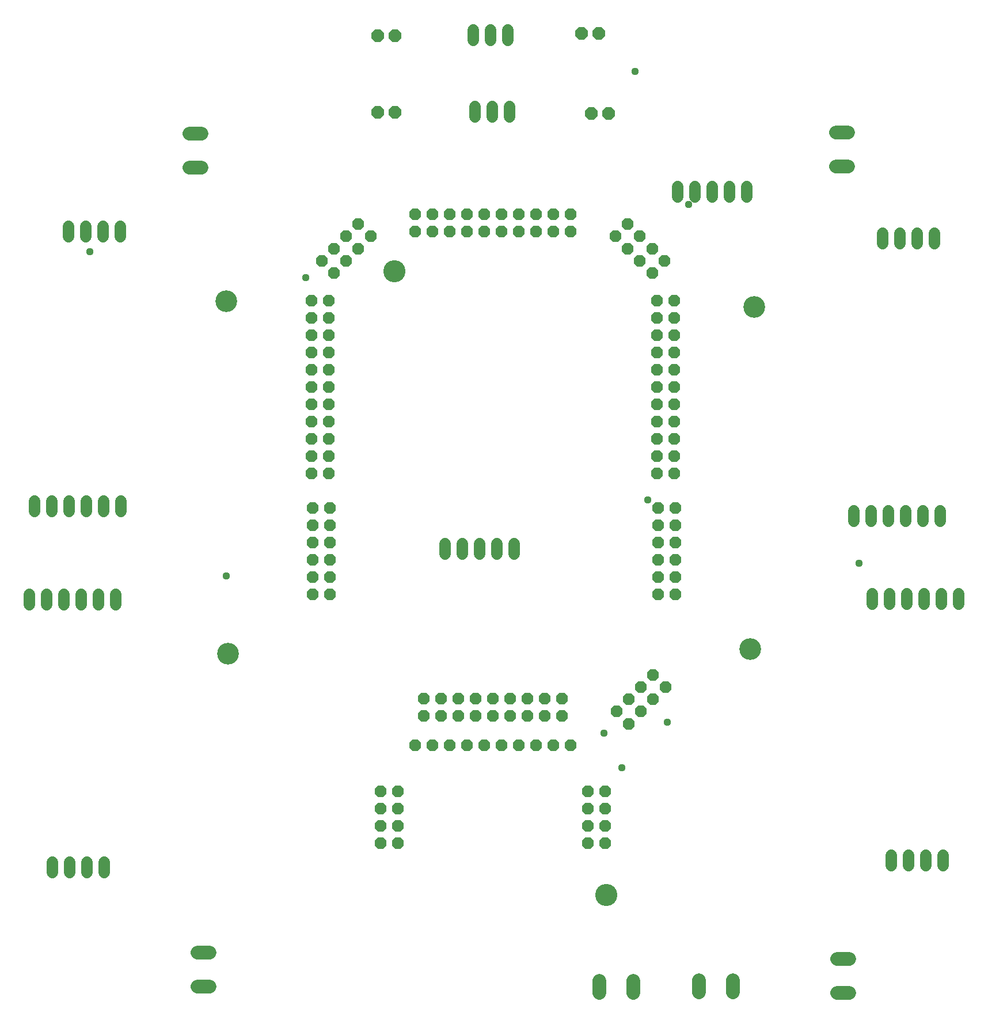
<source format=gbs>
G04 EAGLE Gerber RS-274X export*
G75*
%MOMM*%
%FSLAX34Y34*%
%LPD*%
%INSoldermask Bottom*%
%IPPOS*%
%AMOC8*
5,1,8,0,0,1.08239X$1,22.5*%
G01*
%ADD10C,3.203200*%
%ADD11C,1.993900*%
%ADD12C,1.727200*%
%ADD13P,1.852186X8X22.500000*%
%ADD14P,1.852186X8X202.500000*%
%ADD15P,1.852186X8X67.500000*%
%ADD16P,1.852186X8X337.500000*%
%ADD17C,3.251200*%
%ADD18P,1.951982X8X22.500000*%
%ADD19C,1.117600*%


D10*
X1340000Y1487000D03*
X1343000Y969000D03*
X2111000Y975000D03*
X2117000Y1478000D03*
D11*
X1303954Y1732800D02*
X1286047Y1732800D01*
X1286047Y1682800D02*
X1303954Y1682800D01*
X1297847Y528900D02*
X1315754Y528900D01*
X1315754Y478900D02*
X1297847Y478900D01*
X2236847Y1734500D02*
X2254754Y1734500D01*
X2254754Y1684500D02*
X2236847Y1684500D01*
X2238847Y520100D02*
X2256754Y520100D01*
X2256754Y470100D02*
X2238847Y470100D01*
D12*
X1706300Y1758080D02*
X1706300Y1773320D01*
X1731700Y1773320D02*
X1731700Y1758080D01*
X1757100Y1758080D02*
X1757100Y1773320D01*
X1703700Y1870080D02*
X1703700Y1885320D01*
X1729100Y1885320D02*
X1729100Y1870080D01*
X1754500Y1870080D02*
X1754500Y1885320D01*
D11*
X2035600Y488954D02*
X2035600Y471047D01*
X2085600Y471047D02*
X2085600Y488954D01*
D12*
X1084700Y646780D02*
X1084700Y662020D01*
X1110100Y662020D02*
X1110100Y646780D01*
X1135500Y646780D02*
X1135500Y662020D01*
X1160900Y662020D02*
X1160900Y646780D01*
X1108000Y1581780D02*
X1108000Y1597020D01*
X1133400Y1597020D02*
X1133400Y1581780D01*
X1158800Y1581780D02*
X1158800Y1597020D01*
X1184200Y1597020D02*
X1184200Y1581780D01*
X2318300Y672020D02*
X2318300Y656780D01*
X2343700Y656780D02*
X2343700Y672020D01*
X2369100Y672020D02*
X2369100Y656780D01*
X2394500Y656780D02*
X2394500Y672020D01*
X2305600Y1571780D02*
X2305600Y1587020D01*
X2331000Y1587020D02*
X2331000Y1571780D01*
X2356400Y1571780D02*
X2356400Y1587020D01*
X2381800Y1587020D02*
X2381800Y1571780D01*
D13*
X1618340Y1614860D03*
X1618340Y1589460D03*
X1643740Y1614860D03*
X1669140Y1589460D03*
X1669140Y1614860D03*
X1694540Y1589460D03*
X1694540Y1614860D03*
X1719940Y1589460D03*
X1719940Y1614860D03*
X1745340Y1589460D03*
X1745340Y1614860D03*
X1770740Y1589460D03*
X1770740Y1614860D03*
X1796140Y1589460D03*
X1796140Y1614860D03*
X1821540Y1589460D03*
X1821540Y1614860D03*
X1643740Y1589460D03*
X1846940Y1614860D03*
X1846940Y1589460D03*
X1631167Y902492D03*
X1631167Y877092D03*
X1656567Y902492D03*
X1681967Y877092D03*
X1681967Y902492D03*
X1707367Y877092D03*
X1707367Y902492D03*
X1732767Y877092D03*
X1732767Y902492D03*
X1758167Y877092D03*
X1758167Y902492D03*
X1783567Y877092D03*
X1783567Y902492D03*
X1808967Y877092D03*
X1808967Y902492D03*
X1834367Y877092D03*
X1834367Y902492D03*
X1656567Y877092D03*
X1720118Y833810D03*
X1745518Y833810D03*
X1770918Y833810D03*
X1796318Y833810D03*
X1821718Y833810D03*
X1847118Y833810D03*
X1694718Y833810D03*
X1669318Y833810D03*
X1643918Y833810D03*
X1618518Y833810D03*
X1467210Y1131625D03*
X1492610Y1131625D03*
X1492610Y1157025D03*
X1467210Y1157025D03*
X1467210Y1182425D03*
X1492610Y1182425D03*
X1467210Y1106225D03*
X1492610Y1106225D03*
X1492610Y1080825D03*
X1467210Y1080825D03*
X1467210Y1055425D03*
X1492610Y1055425D03*
D14*
X1975032Y1132006D03*
X1975032Y1157406D03*
X2000432Y1157406D03*
X2000432Y1182806D03*
X1975032Y1182806D03*
X2000432Y1106606D03*
X1975032Y1106606D03*
X1975032Y1081206D03*
X2000432Y1081206D03*
X2000432Y1055806D03*
X1975032Y1055806D03*
X2000432Y1132006D03*
D13*
X1466042Y1360860D03*
X1491442Y1360860D03*
X1466042Y1386260D03*
X1491442Y1386260D03*
X1466042Y1411660D03*
X1491442Y1411660D03*
X1466042Y1437060D03*
X1466042Y1462460D03*
X1466042Y1487860D03*
X1491442Y1437060D03*
X1491442Y1462460D03*
X1491442Y1487860D03*
X1466042Y1335460D03*
X1491442Y1335460D03*
X1491442Y1310060D03*
X1466042Y1310060D03*
X1466042Y1284660D03*
X1491442Y1284660D03*
X1466042Y1259260D03*
X1491442Y1259260D03*
X1491442Y1233860D03*
X1466042Y1233860D03*
X1973940Y1360860D03*
X1999340Y1360860D03*
X1999340Y1386260D03*
X1973940Y1386260D03*
X1973940Y1411660D03*
X1999340Y1411660D03*
X1999340Y1437060D03*
X1999340Y1462460D03*
X1999340Y1487860D03*
X1973940Y1437060D03*
X1973940Y1462460D03*
X1973940Y1487860D03*
X1999340Y1233860D03*
X1973940Y1233860D03*
X1973940Y1259260D03*
X1999340Y1259260D03*
X1999340Y1284660D03*
X1999340Y1310060D03*
X1999340Y1335460D03*
X1973940Y1284660D03*
X1973940Y1310060D03*
X1973940Y1335460D03*
D15*
X1516715Y1582071D03*
X1534675Y1564111D03*
X1534675Y1600032D03*
X1552636Y1582071D03*
X1498754Y1564111D03*
X1516715Y1546150D03*
X1480794Y1546150D03*
X1498754Y1528190D03*
D16*
X1930642Y1600045D03*
X1912682Y1582085D03*
X1948603Y1582085D03*
X1930642Y1564124D03*
X1966563Y1564124D03*
X1948603Y1546164D03*
X1984524Y1546164D03*
X1966563Y1528203D03*
D15*
X1914239Y883561D03*
X1932199Y865601D03*
X1932199Y901522D03*
X1950160Y883561D03*
X1950160Y919482D03*
X1968120Y901522D03*
X1968120Y937443D03*
X1986081Y919482D03*
D17*
X1587860Y1531040D03*
X1899010Y614100D03*
D13*
X1567540Y766500D03*
X1592940Y766500D03*
X1567540Y741100D03*
X1592940Y741100D03*
X1567540Y715700D03*
X1592940Y715700D03*
X1567540Y690300D03*
X1592940Y690300D03*
X1872340Y766500D03*
X1897740Y766500D03*
X1872340Y741100D03*
X1897740Y741100D03*
X1872340Y715700D03*
X1897740Y715700D03*
X1872340Y690300D03*
X1897740Y690300D03*
D18*
X1562700Y1764900D03*
X1588100Y1764900D03*
X1562700Y1877100D03*
X1588100Y1877100D03*
D12*
X1050900Y1055920D02*
X1050900Y1040680D01*
X1076300Y1040680D02*
X1076300Y1055920D01*
X1101700Y1055920D02*
X1101700Y1040680D01*
X1127100Y1040680D02*
X1127100Y1055920D01*
X1152500Y1055920D02*
X1152500Y1040680D01*
X1177900Y1040680D02*
X1177900Y1055920D01*
X1058800Y1177680D02*
X1058800Y1192920D01*
X1084200Y1192920D02*
X1084200Y1177680D01*
X1109600Y1177680D02*
X1109600Y1192920D01*
X1135000Y1192920D02*
X1135000Y1177680D01*
X1160400Y1177680D02*
X1160400Y1192920D01*
X1185800Y1192920D02*
X1185800Y1177680D01*
X2290600Y1056520D02*
X2290600Y1041280D01*
X2316000Y1041280D02*
X2316000Y1056520D01*
X2341400Y1056520D02*
X2341400Y1041280D01*
X2366800Y1041280D02*
X2366800Y1056520D01*
X2392200Y1056520D02*
X2392200Y1041280D01*
X2417600Y1041280D02*
X2417600Y1056520D01*
X2263500Y1163280D02*
X2263500Y1178520D01*
X2288900Y1178520D02*
X2288900Y1163280D01*
X2314300Y1163280D02*
X2314300Y1178520D01*
X2339700Y1178520D02*
X2339700Y1163280D01*
X2365100Y1163280D02*
X2365100Y1178520D01*
X2390500Y1178520D02*
X2390500Y1163280D01*
D18*
X1877100Y1762900D03*
X1902500Y1762900D03*
X1862700Y1880900D03*
X1888100Y1880900D03*
D11*
X1889000Y487954D02*
X1889000Y470047D01*
X1939000Y470047D02*
X1939000Y487954D01*
D12*
X2004200Y1640380D02*
X2004200Y1655620D01*
X2029600Y1655620D02*
X2029600Y1640380D01*
X2055000Y1640380D02*
X2055000Y1655620D01*
X2080400Y1655620D02*
X2080400Y1640380D01*
X2105800Y1640380D02*
X2105800Y1655620D01*
X1662200Y1130620D02*
X1662200Y1115380D01*
X1687600Y1115380D02*
X1687600Y1130620D01*
X1713000Y1130620D02*
X1713000Y1115380D01*
X1738400Y1115380D02*
X1738400Y1130620D01*
X1763800Y1130620D02*
X1763800Y1115380D01*
D19*
X1960470Y1194885D03*
X2270520Y1101870D03*
X2020095Y1628955D03*
X1340370Y1082790D03*
X1457235Y1521630D03*
X1896075Y851445D03*
X1140030Y1559790D03*
X1941390Y1824525D03*
X1989090Y868140D03*
X1922310Y801360D03*
M02*

</source>
